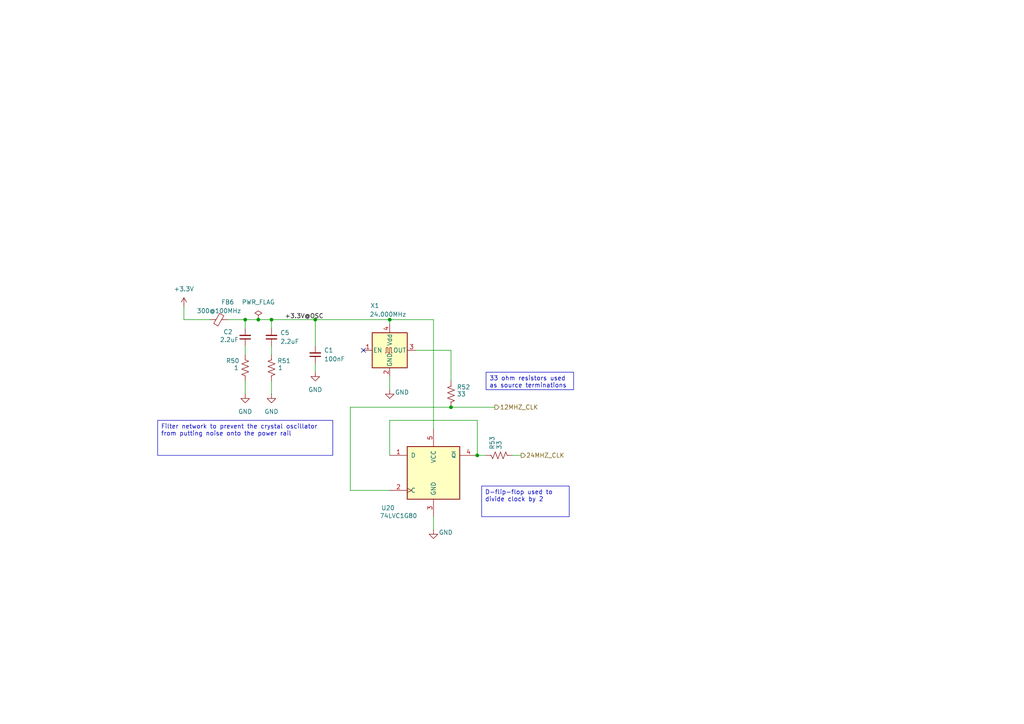
<source format=kicad_sch>
(kicad_sch (version 20231120) (generator "eeschema") (generator_version "8.0")
  (paper "A4")
  (lib_symbols
    (symbol "74xGxx:74LVC1G80" (pin_names (offset 1.016))
      (property "Reference" "U" (at -5.08 10.16 0))
      (property "Value" "74LVC1G80" (at 7.62 -10.16 0))
      (symbol "74LVC1G80_0_1"
        (rectangle (start -7.62 7.62) (end 7.62 -7.62) (stroke (width 0.254)) (fill (type background)))
      )
      (symbol "74LVC1G80_1_1"
        (pin input line (at -12.7 5.08 0) (length 5.08) (name "D") (number "1"))
        (pin input clock (at -12.7 -5.08 0) (length 5.08) (name "C") (number "2"))
        (pin power_in line (at 0 -12.7 90) (length 5.08) (name "GND") (number "3"))
        (pin output line (at 12.7 5.08 180) (length 5.08) (name "~{Q}") (number "4"))
        (pin power_in line (at 0 12.7 270) (length 5.08) (name "VCC") (number "5"))
      )
    )
    (symbol "Device:C_Small" (pin_numbers hide) (pin_names (offset 0.254) hide)
      (property "Reference" "C" (at 0.254 1.778 0))
      (property "Value" "C_Small" (at 0.254 -2.032 0))
      (symbol "C_Small_0_1"
        (polyline (pts (xy -1.524 -0.508) (xy 1.524 -0.508)) (stroke (width 0.3302)))
        (polyline (pts (xy -1.524 0.508) (xy 1.524 0.508)) (stroke (width 0.3048)))
      )
      (symbol "C_Small_1_1"
        (pin passive line (at 0 2.54 270) (length 2.032) (name "~") (number "1"))
        (pin passive line (at 0 -2.54 90) (length 2.032) (name "~") (number "2"))
      )
    )
    (symbol "Device:FerriteBead_Small" (pin_numbers hide) (pin_names (offset 0))
      (property "Reference" "FB" (at 1.905 1.27 0))
      (property "Value" "FerriteBead_Small" (at 1.905 -1.27 0))
      (symbol "FerriteBead_Small_0_1"
        (polyline (pts (xy 0 -1.27) (xy 0 -0.7874)))
        (polyline (pts (xy 0 0.889) (xy 0 1.2954)))
        (polyline (pts (xy -1.8288 0.2794) (xy -1.1176 1.4986) (xy 1.8288 -0.2032) (xy 1.1176 -1.4224) (xy -1.8288 0.2794)))
      )
      (symbol "FerriteBead_Small_1_1"
        (pin passive line (at 0 2.54 270) (length 1.27) (name "~") (number "1"))
        (pin passive line (at 0 -2.54 90) (length 1.27) (name "~") (number "2"))
      )
    )
    (symbol "Device:R_US" (pin_numbers hide) (pin_names (offset 0))
      (property "Reference" "R" (at 2.54 0 90))
      (property "Value" "R_US" (at -2.54 0 90))
      (symbol "R_US_0_1"
        (polyline (pts (xy 0 -2.286) (xy 0 -2.54)))
        (polyline (pts (xy 0 2.286) (xy 0 2.54)))
        (polyline (pts (xy 0 -0.762) (xy 1.016 -1.143) (xy 0 -1.524) (xy -1.016 -1.905) (xy 0 -2.286)))
        (polyline (pts (xy 0 0.762) (xy 1.016 0.381) (xy 0 0) (xy -1.016 -0.381) (xy 0 -0.762)))
        (polyline (pts (xy 0 2.286) (xy 1.016 1.905) (xy 0 1.524) (xy -1.016 1.143) (xy 0 0.762)))
      )
      (symbol "R_US_1_1"
        (pin passive line (at 0 3.81 270) (length 1.27) (name "~") (number "1"))
        (pin passive line (at 0 -3.81 90) (length 1.27) (name "~") (number "2"))
      )
    )
    (symbol "Oscillator:ASV-xxxMHz" (pin_names (offset 0.254))
      (property "Reference" "Y" (at -5.08 6.35 0))
      (property "Value" "ASV-xxxMHz" (at 1.27 -6.35 0))
      (symbol "ASV-xxxMHz_0_1"
        (rectangle (start -5.08 5.08) (end 5.08 -5.08) (stroke (width 0.254)) (fill (type background)))
        (polyline (pts (xy -1.27 -0.762) (xy -1.016 -0.762) (xy -1.016 0.762) (xy -0.508 0.762) (xy -0.508 -0.762) (xy 0 -0.762) (xy 0 0.762) (xy 0.508 0.762) (xy 0.508 -0.762) (xy 0.762 -0.762)))
      )
      (symbol "ASV-xxxMHz_1_1"
        (pin input line (at -7.62 0 0) (length 2.54) (name "EN") (number "1"))
        (pin power_in line (at 0 -7.62 90) (length 2.54) (name "GND") (number "2"))
        (pin output line (at 7.62 0 180) (length 2.54) (name "OUT") (number "3"))
        (pin power_in line (at 0 7.62 270) (length 2.54) (name "Vdd") (number "4"))
      )
    )
    (symbol "power:+3.3V" (power) (pin_numbers hide) (pin_names (offset 0) hide)
      (property "Value" "+3.3V" (at 0 3.556 0))
      (symbol "+3.3V_0_1"
        (polyline (pts (xy -0.762 1.27) (xy 0 2.54)))
        (polyline (pts (xy 0 0) (xy 0 2.54)))
        (polyline (pts (xy 0 2.54) (xy 0.762 1.27)))
      )
      (symbol "+3.3V_1_1"
        (pin power_in line (at 0 0 90) (length 0) (name "~") (number "1"))
      )
    )
    (symbol "power:GND" (power) (pin_numbers hide) (pin_names (offset 0) hide)
      (property "Value" "GND" (at 0 -3.81 0))
      (symbol "GND_0_1"
        (polyline (pts (xy 0 0) (xy 0 -1.27) (xy 1.27 -1.27) (xy 0 -2.54) (xy -1.27 -1.27) (xy 0 -1.27)))
      )
      (symbol "GND_1_1"
        (pin power_in line (at 0 0 270) (length 0) (name "~") (number "1"))
      )
    )
    (symbol "power:PWR_FLAG" (power) (pin_numbers hide) (pin_names (offset 0) hide)
      (property "Value" "PWR_FLAG" (at 0 3.81 0))
      (symbol "PWR_FLAG_0_0"
        (pin power_out line (at 0 0 90) (length 0) (name "~") (number "1"))
      )
      (symbol "PWR_FLAG_0_1"
        (polyline (pts (xy 0 0) (xy 0 1.27) (xy -1.016 1.905) (xy 0 2.54) (xy 1.016 1.905) (xy 0 1.27)))
      )
    )
  )
  (junction (at 71.12 92.71))
  (junction (at 113.03 92.71))
  (junction (at 138.43 132.08))
  (junction (at 78.74 92.71))
  (junction (at 91.44 92.71))
  (junction (at 74.93 92.71))
  (junction (at 130.81 118.11))
  (no_connect (at 105.41 101.6))
  (wire (pts (xy 125.73 124.46) (xy 125.73 92.71)))
  (wire (pts (xy 113.03 121.92) (xy 113.03 132.08)))
  (wire (pts (xy 138.43 132.08) (xy 138.43 121.92)))
  (wire (pts (xy 113.03 109.22) (xy 113.03 113.03)))
  (wire (pts (xy 53.34 92.71) (xy 53.34 88.9)))
  (wire (pts (xy 101.6 118.11) (xy 101.6 142.24)))
  (wire (pts (xy 91.44 92.71) (xy 113.03 92.71)))
  (wire (pts (xy 101.6 142.24) (xy 113.03 142.24)))
  (wire (pts (xy 148.59 132.08) (xy 151.13 132.08)))
  (wire (pts (xy 138.43 132.08) (xy 140.97 132.08)))
  (wire (pts (xy 91.44 92.71) (xy 91.44 100.33)))
  (wire (pts (xy 53.34 92.71) (xy 60.96 92.71)))
  (wire (pts (xy 138.43 121.92) (xy 113.03 121.92)))
  (wire (pts (xy 91.44 105.41) (xy 91.44 107.95)))
  (wire (pts (xy 113.03 92.71) (xy 113.03 93.98)))
  (wire (pts (xy 71.12 92.71) (xy 71.12 95.25)))
  (wire (pts (xy 78.74 110.49) (xy 78.74 114.3)))
  (wire (pts (xy 125.73 149.86) (xy 125.73 153.67)))
  (wire (pts (xy 130.81 118.11) (xy 143.51 118.11)))
  (wire (pts (xy 130.81 101.6) (xy 120.65 101.6)))
  (wire (pts (xy 71.12 92.71) (xy 74.93 92.71)))
  (wire (pts (xy 71.12 110.49) (xy 71.12 114.3)))
  (wire (pts (xy 101.6 118.11) (xy 130.81 118.11)))
  (wire (pts (xy 130.81 110.49) (xy 130.81 101.6)))
  (wire (pts (xy 66.04 92.71) (xy 71.12 92.71)))
  (wire (pts (xy 74.93 92.71) (xy 78.74 92.71)))
  (wire (pts (xy 71.12 100.33) (xy 71.12 102.87)))
  (wire (pts (xy 125.73 92.71) (xy 113.03 92.71)))
  (wire (pts (xy 78.74 100.33) (xy 78.74 102.87)))
  (wire (pts (xy 78.74 92.71) (xy 91.44 92.71)))
  (wire (pts (xy 78.74 92.71) (xy 78.74 95.25)))
  (text_box "33 ohm resistors used as source terminations" (at 140.97 107.95 0) (size 25.4 5.08) (effects (font (size 1.27 1.27)) (justify left top)))
  (text_box "D-flip-flop used to divide clock by 2" (at 139.7 140.97 0) (size 25.4 8.89) (effects (font (size 1.27 1.27)) (justify left top)))
  (text_box "Filter network to prevent the crystal oscillator from putting noise onto the power rail" (at 45.72 121.92 0) (size 50.8 10.16) (effects (font (size 1.27 1.27)) (justify left top)))
  (label "+3.3V@OSC" (at 82.55 92.71 0))
  (hierarchical_label "12MHZ_CLK" (shape output) (at 143.51 118.11 0))
  (hierarchical_label "24MHZ_CLK" (shape output) (at 151.13 132.08 0))
  (symbol (lib_id "Device:C_Small") (at 71.12 97.79 180) (unit 1)
    (property "Reference" "C2" (at 64.77 96.266 0) (effects (justify right)))
    (property "Value" "2.2uF" (at 63.754 98.552 0) (effects (justify right)))
    (property "Footprint" "Capacitor_SMD:C_1206_3216Metric" (effects (hide yes)))
    (property "Description" "Unpolarized capacitor, small symbol" (effects (hide yes)))
    (property "Supplier" "Digi-Key" (effects (hide yes)))
    (property "LibRef" "CL31B225KBHNNNE" (effects (hide yes)))
    (property "SKU" "1276-1291-1-ND" (effects (hide yes)))
  )
  (symbol (lib_id "power:GND") (at 125.73 153.67 0) (unit 1)
    (property "Reference" "#PWR043" (effects (hide yes)))
    (property "Value" "GND" (at 129.286 154.432 0))
    (property "Description" "Power symbol creates a global label with name \"GND\" , ground" (effects (hide yes)))
  )
  (symbol (lib_id "Device:R_US") (at 144.78 132.08 270) (mirror x) (unit 1)
    (property "Reference" "R53" (at 142.748 126.492 0) (effects (justify right)))
    (property "Value" "33" (at 144.78 127.762 0) (effects (justify right)))
    (property "Footprint" "Resistor_SMD:R_1206_3216Metric" (effects (hide yes)))
    (property "Description" "Resistor, US symbol" (effects (hide yes)))
    (property "Supplier" "Digi-Key" (effects (hide yes)))
    (property "LibRef" "CRCW120633R0FKEAC" (effects (hide yes)))
    (property "SKU" "541-CRCW120633R0FKEACCT-ND" (effects (hide yes)))
  )
  (symbol (lib_id "power:GND") (at 78.74 114.3 0) (unit 1)
    (property "Reference" "#PWR059" (effects (hide yes)))
    (property "Value" "GND" (at 78.74 119.38 0))
    (property "Description" "Power symbol creates a global label with name \"GND\" , ground" (effects (hide yes)))
  )
  (symbol (lib_id "power:GND") (at 91.44 107.95 0) (unit 1)
    (property "Reference" "#PWR0111" (effects (hide yes)))
    (property "Value" "GND" (at 91.44 113.03 0))
    (property "Description" "Power symbol creates a global label with name \"GND\" , ground" (effects (hide yes)))
  )
  (symbol (lib_id "power:PWR_FLAG") (at 74.93 92.71 0) (unit 1)
    (property "Reference" "#FLG02" (effects (hide yes)))
    (property "Value" "PWR_FLAG" (at 74.93 87.63 0))
    (property "Description" "Special symbol for telling ERC where power comes from" (effects (hide yes)))
  )
  (symbol (lib_id "Device:C_Small") (at 78.74 97.79 180) (unit 1)
    (property "Reference" "C5" (at 81.28 96.5136 0) (effects (justify right)))
    (property "Value" "2.2uF" (at 81.28 99.0536 0) (effects (justify right)))
    (property "Footprint" "Capacitor_SMD:C_1206_3216Metric" (effects (hide yes)))
    (property "Description" "Unpolarized capacitor, small symbol" (effects (hide yes)))
    (property "Supplier" "Digi-Key" (effects (hide yes)))
    (property "LibRef" "CL31B225KBHNNNE" (effects (hide yes)))
    (property "SKU" "1276-1291-1-ND" (effects (hide yes)))
  )
  (symbol (lib_id "Device:C_Small") (at 91.44 102.87 180) (unit 1)
    (property "Reference" "C1" (at 93.98 101.5936 0) (effects (justify right)))
    (property "Value" "100nF" (at 93.98 104.1336 0) (effects (justify right)))
    (property "Footprint" "Capacitor_SMD:C_1206_3216Metric" (effects (hide yes)))
    (property "Description" "Unpolarized capacitor, small symbol" (effects (hide yes)))
    (property "Supplier" "Digi-Key" (effects (hide yes)))
    (property "LibRef" "GRM319R72A104KA01D" (effects (hide yes)))
  )
  (symbol (lib_id "power:GND") (at 71.12 114.3 0) (unit 1)
    (property "Reference" "#PWR055" (effects (hide yes)))
    (property "Value" "GND" (at 71.12 119.38 0))
    (property "Description" "Power symbol creates a global label with name \"GND\" , ground" (effects (hide yes)))
  )
  (symbol (lib_id "Device:R_US") (at 130.81 114.3 0) (mirror x) (unit 1)
    (property "Reference" "R52" (at 136.398 112.268 0) (effects (justify right)))
    (property "Value" "33" (at 135.128 114.3 0) (effects (justify right)))
    (property "Footprint" "Resistor_SMD:R_1206_3216Metric" (effects (hide yes)))
    (property "Description" "Resistor, US symbol" (effects (hide yes)))
    (property "Supplier" "Digi-Key" (effects (hide yes)))
    (property "LibRef" "CRCW120633R0FKEAC" (effects (hide yes)))
    (property "SKU" "541-CRCW120633R0FKEACCT-ND" (effects (hide yes)))
  )
  (symbol (lib_id "power:GND") (at 113.03 113.03 0) (unit 1)
    (property "Reference" "#PWR0112" (effects (hide yes)))
    (property "Value" "GND" (at 116.586 113.792 0))
    (property "Description" "Power symbol creates a global label with name \"GND\" , ground" (effects (hide yes)))
  )
  (symbol (lib_id "Device:FerriteBead_Small") (at 63.5 92.71 90) (unit 1)
    (property "Reference" "FB6" (at 66.04 87.63 90))
    (property "Value" "300@100MHz" (at 63.5 90.17 90))
    (property "Footprint" "Resistor_SMD:R_1206_3216Metric" (effects (hide yes)))
    (property "Description" "Ferrite bead, small symbol" (effects (hide yes)))
    (property "SKU" "732-4654-1-ND" (effects (hide yes)))
    (property "Supplier" "Digi-Key" (effects (hide yes)))
    (property "LibRef" "742792121" (effects (hide yes)))
  )
  (symbol (lib_id "Device:R_US") (at 71.12 106.68 180) (unit 1)
    (property "Reference" "R50" (at 65.532 104.648 0) (effects (justify right)))
    (property "Value" "1" (at 67.818 106.68 0) (effects (justify right)))
    (property "Footprint" "Resistor_SMD:R_1206_3216Metric" (effects (hide yes)))
    (property "Description" "Resistor, US symbol" (effects (hide yes)))
    (property "Supplier" "Digi-Key" (effects (hide yes)))
    (property "LibRef" "ERJ-8RQF1R0V" (effects (hide yes)))
    (property "SKU" "P1.0RCT-ND" (effects (hide yes)))
  )
  (symbol (lib_id "74xGxx:74LVC1G80") (at 125.73 137.16 0) (unit 1)
    (property "Reference" "U20" (at 112.522 147.32 0))
    (property "Value" "74LVC1G80" (at 115.57 149.606 0))
    (property "Footprint" "Package_TO_SOT_SMD:SOT-23-5" (effects (hide yes)))
    (property "Datasheet" "http://www.ti.com/lit/sg/scyt129e/scyt129e.pdf" (effects (hide yes)))
    (property "Description" "Single D Flip-Flop, Inverted Output, Low-Voltage CMOS" (effects (hide yes)))
    (property "LibRef" "SN74LVC1G80DBVR" (effects (hide yes)))
    (property "SKU" "296-9851-1-ND" (effects (hide yes)))
    (property "Supplier" "Digi-Key" (effects (hide yes)))
  )
  (symbol (lib_id "Oscillator:ASV-xxxMHz") (at 113.03 101.6 0) (unit 1)
    (property "Reference" "X1" (at 108.712 88.646 0))
    (property "Value" "24.000MHz" (at 112.522 91.186 0))
    (property "Footprint" "Oscillator:Oscillator_SMD_Abracon_ASV-4Pin_7.0x5.1mm" (effects (hide yes)))
    (property "Datasheet" "http://www.abracon.com/Oscillators/ASV.pdf" (effects (hide yes)))
    (property "Description" "3.3V HCMOS SMD Crystal Clock Oscillator, Abracon" (effects (hide yes)))
    (property "SKU" "535-9317-1-ND" (effects (hide yes)))
    (property "Supplier" "Digi-Key" (effects (hide yes)))
    (property "LibRef" "ASV-24.000MHZ-EJ-T" (effects (hide yes)))
  )
  (symbol (lib_id "Device:R_US") (at 78.74 106.68 0) (mirror x) (unit 1)
    (property "Reference" "R51" (at 84.328 104.648 0) (effects (justify right)))
    (property "Value" "1" (at 82.042 106.68 0) (effects (justify right)))
    (property "Footprint" "Resistor_SMD:R_1206_3216Metric" (effects (hide yes)))
    (property "Description" "Resistor, US symbol" (effects (hide yes)))
    (property "Supplier" "Digi-Key" (effects (hide yes)))
    (property "LibRef" "ERJ-8RQF1R0V" (effects (hide yes)))
    (property "SKU" "P1.0RCT-ND" (effects (hide yes)))
  )
  (symbol (lib_id "power:+3.3V") (at 53.34 88.9 0) (unit 1)
    (property "Reference" "#PWR02" (effects (hide yes)))
    (property "Value" "+3.3V" (at 53.34 83.82 0))
    (property "Description" "Power symbol creates a global label with name \"+3.3V\"" (effects (hide yes)))
  )
)
</source>
